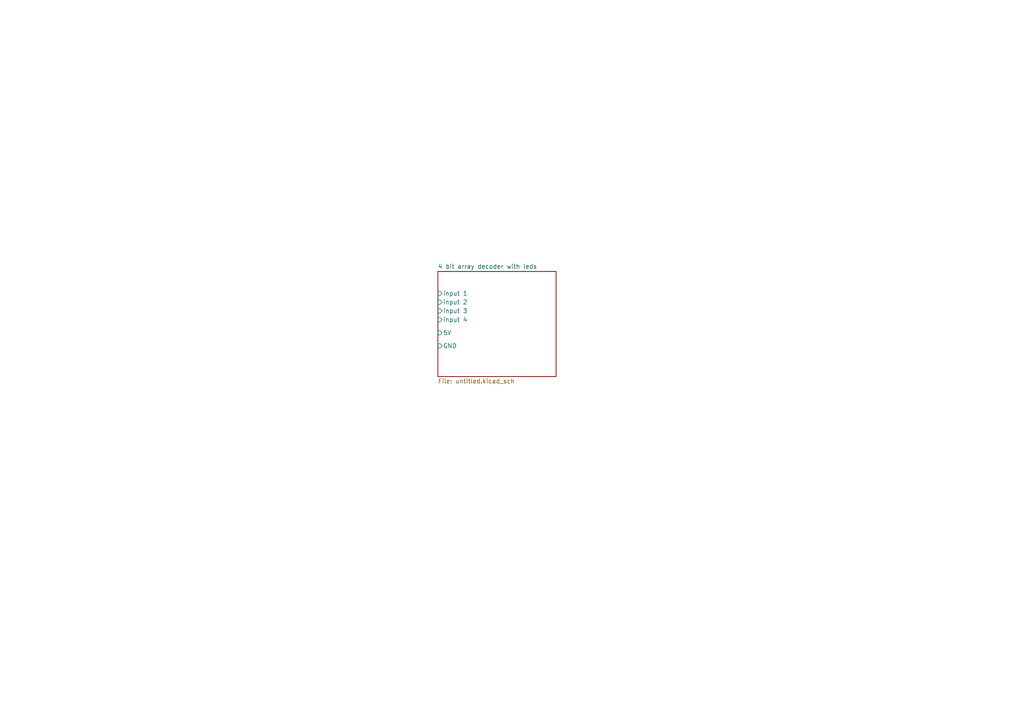
<source format=kicad_sch>
(kicad_sch (version 20230121) (generator eeschema)
  (paper "A4")
  (lib_symbols)
  (sheet (at 127 78.74) (size 34.29 30.48) (stroke (width 0.1524))
    (property "Sheetname" "4 bit array decoder with leds" (at 127 78.0284 0) (effects (justify left bottom)))
    (property "Sheetfile" "untitled.kicad_sch" (at 127 109.8046 0) (effects (justify left top)))
    (pin "input 3" input (at 127 90.17 180))
    (pin "input 2" input (at 127 87.63 180))
    (pin "input 4" input (at 127 92.71 180))
    (pin "input 1" input (at 127 85.09 180))
    (pin "GND" input (at 127 100.33 180))
    (pin "5V" input (at 127 96.52 180))
  )
)
</source>
